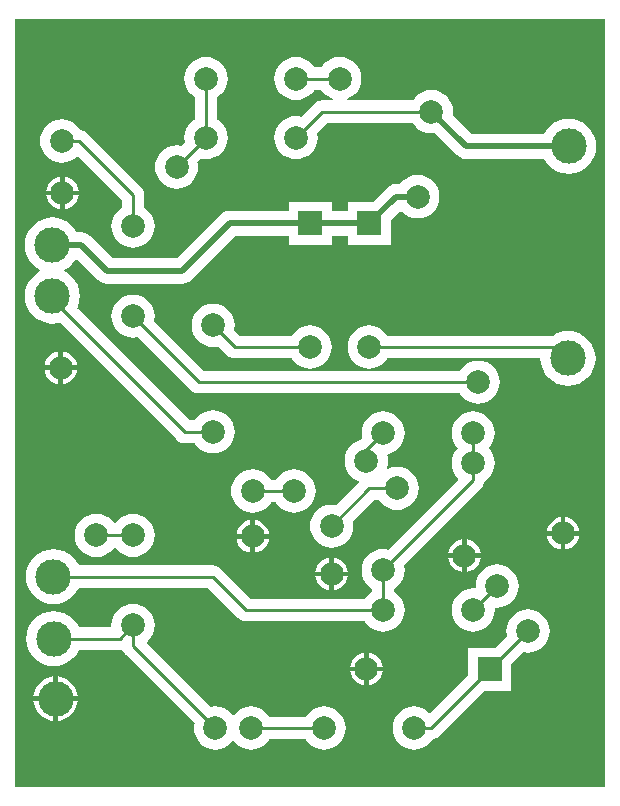
<source format=gbl>
G04 Layer_Physical_Order=2*
G04 Layer_Color=16711680*
%FSLAX24Y24*%
%MOIN*%
G70*
G01*
G75*
%ADD15C,0.0100*%
%ADD16C,0.0197*%
%ADD17R,0.0787X0.0787*%
%ADD18C,0.0787*%
%ADD19R,0.0787X0.0787*%
%ADD20C,0.1181*%
G36*
X31500Y8870D02*
X11810D01*
Y34450D01*
X31500D01*
Y8870D01*
D02*
G37*
%LPC*%
G36*
X27339Y16505D02*
X26875D01*
Y16041D01*
X26942Y16050D01*
X27074Y16105D01*
X27188Y16192D01*
X27275Y16306D01*
X27330Y16438D01*
X27339Y16505D01*
D02*
G37*
G36*
X22295Y16509D02*
X22228Y16500D01*
X22096Y16445D01*
X21982Y16358D01*
X21895Y16244D01*
X21840Y16112D01*
X21831Y16045D01*
X22295D01*
Y16509D01*
D02*
G37*
G36*
X26725Y16505D02*
X26261D01*
X26270Y16438D01*
X26325Y16306D01*
X26412Y16192D01*
X26526Y16105D01*
X26658Y16050D01*
X26725Y16041D01*
Y16505D01*
D02*
G37*
G36*
X22909Y15895D02*
X22445D01*
Y15431D01*
X22512Y15440D01*
X22644Y15495D01*
X22758Y15582D01*
X22845Y15696D01*
X22900Y15828D01*
X22909Y15895D01*
D02*
G37*
G36*
X27890Y16283D02*
X27750Y16270D01*
X27615Y16229D01*
X27490Y16162D01*
X27381Y16073D01*
X27292Y15963D01*
X27225Y15839D01*
X27184Y15704D01*
X27170Y15563D01*
X27175Y15514D01*
X27140Y15479D01*
X27091Y15484D01*
X26950Y15470D01*
X26815Y15429D01*
X26691Y15362D01*
X26581Y15273D01*
X26492Y15164D01*
X26425Y15039D01*
X26384Y14904D01*
X26371Y14764D01*
X26384Y14623D01*
X26425Y14488D01*
X26492Y14364D01*
X26581Y14255D01*
X26691Y14165D01*
X26815Y14099D01*
X26950Y14058D01*
X27091Y14044D01*
X27231Y14058D01*
X27366Y14099D01*
X27491Y14165D01*
X27600Y14255D01*
X27689Y14364D01*
X27756Y14488D01*
X27797Y14623D01*
X27811Y14764D01*
X27806Y14813D01*
X27841Y14848D01*
X27890Y14843D01*
X28031Y14857D01*
X28166Y14898D01*
X28290Y14965D01*
X28399Y15054D01*
X28489Y15163D01*
X28555Y15288D01*
X28596Y15423D01*
X28610Y15563D01*
X28596Y15704D01*
X28555Y15839D01*
X28489Y15963D01*
X28399Y16073D01*
X28290Y16162D01*
X28166Y16229D01*
X28031Y16270D01*
X27890Y16283D01*
D02*
G37*
G36*
X22445Y16509D02*
Y16045D01*
X22909D01*
X22900Y16112D01*
X22845Y16244D01*
X22758Y16358D01*
X22644Y16445D01*
X22512Y16500D01*
X22445Y16509D01*
D02*
G37*
G36*
X20279Y17145D02*
X19815D01*
Y16681D01*
X19882Y16690D01*
X20014Y16745D01*
X20128Y16832D01*
X20215Y16946D01*
X20270Y17078D01*
X20279Y17145D01*
D02*
G37*
G36*
X27091Y21389D02*
X26950Y21375D01*
X26815Y21334D01*
X26691Y21268D01*
X26581Y21178D01*
X26492Y21069D01*
X26425Y20945D01*
X26384Y20810D01*
X26371Y20669D01*
X26384Y20529D01*
X26425Y20394D01*
X26492Y20269D01*
X26578Y20165D01*
X26492Y20060D01*
X26425Y19936D01*
X26384Y19800D01*
X26371Y19660D01*
X26384Y19520D01*
X26425Y19384D01*
X26492Y19260D01*
X26581Y19151D01*
X26584Y19105D01*
X24257Y16779D01*
X24231Y16787D01*
X24091Y16801D01*
X23950Y16787D01*
X23815Y16746D01*
X23691Y16679D01*
X23581Y16590D01*
X23492Y16481D01*
X23425Y16356D01*
X23384Y16221D01*
X23371Y16081D01*
X23384Y15940D01*
X23425Y15805D01*
X23492Y15681D01*
X23581Y15572D01*
X23691Y15482D01*
X23714Y15469D01*
Y15375D01*
X23691Y15362D01*
X23581Y15273D01*
X23492Y15164D01*
X23479Y15140D01*
X19682D01*
X18676Y16146D01*
X18598Y16206D01*
X18560Y16221D01*
X18507Y16243D01*
X18410Y16256D01*
X13935D01*
X13863Y16390D01*
X13749Y16529D01*
X13610Y16643D01*
X13451Y16728D01*
X13279Y16780D01*
X13100Y16798D01*
X12921Y16780D01*
X12749Y16728D01*
X12590Y16643D01*
X12451Y16529D01*
X12337Y16390D01*
X12252Y16231D01*
X12200Y16059D01*
X12182Y15880D01*
X12200Y15701D01*
X12252Y15529D01*
X12337Y15370D01*
X12451Y15231D01*
X12590Y15117D01*
X12749Y15032D01*
X12921Y14980D01*
X13100Y14962D01*
X13279Y14980D01*
X13451Y15032D01*
X13610Y15117D01*
X13749Y15231D01*
X13863Y15370D01*
X13935Y15504D01*
X18254D01*
X19260Y14498D01*
X19338Y14438D01*
X19429Y14401D01*
X19526Y14388D01*
X23479D01*
X23492Y14364D01*
X23581Y14255D01*
X23691Y14165D01*
X23815Y14099D01*
X23950Y14058D01*
X24091Y14044D01*
X24231Y14058D01*
X24366Y14099D01*
X24491Y14165D01*
X24600Y14255D01*
X24689Y14364D01*
X24756Y14488D01*
X24797Y14623D01*
X24811Y14764D01*
X24797Y14904D01*
X24756Y15039D01*
X24689Y15164D01*
X24600Y15273D01*
X24491Y15362D01*
X24467Y15375D01*
Y15469D01*
X24491Y15482D01*
X24600Y15572D01*
X24689Y15681D01*
X24756Y15805D01*
X24797Y15940D01*
X24811Y16081D01*
X24797Y16221D01*
X24789Y16247D01*
X27356Y18815D01*
X27416Y18893D01*
X27454Y18983D01*
X27462Y19046D01*
X27491Y19061D01*
X27600Y19151D01*
X27689Y19260D01*
X27756Y19384D01*
X27797Y19520D01*
X27811Y19660D01*
X27797Y19800D01*
X27756Y19936D01*
X27689Y20060D01*
X27603Y20165D01*
X27689Y20269D01*
X27756Y20394D01*
X27797Y20529D01*
X27811Y20669D01*
X27797Y20810D01*
X27756Y20945D01*
X27689Y21069D01*
X27600Y21178D01*
X27491Y21268D01*
X27366Y21334D01*
X27231Y21375D01*
X27091Y21389D01*
D02*
G37*
G36*
X19665Y17145D02*
X19201D01*
X19210Y17078D01*
X19265Y16946D01*
X19352Y16832D01*
X19466Y16745D01*
X19598Y16690D01*
X19665Y16681D01*
Y17145D01*
D02*
G37*
G36*
X26725Y17119D02*
X26658Y17110D01*
X26526Y17055D01*
X26412Y16968D01*
X26325Y16854D01*
X26270Y16722D01*
X26261Y16655D01*
X26725D01*
Y17119D01*
D02*
G37*
G36*
X26875D02*
Y16655D01*
X27339D01*
X27330Y16722D01*
X27275Y16854D01*
X27188Y16968D01*
X27074Y17055D01*
X26942Y17110D01*
X26875Y17119D01*
D02*
G37*
G36*
X13245Y12547D02*
Y11885D01*
X13907D01*
X13900Y11955D01*
X13857Y12095D01*
X13789Y12223D01*
X13696Y12336D01*
X13583Y12429D01*
X13455Y12497D01*
X13315Y12540D01*
X13245Y12547D01*
D02*
G37*
G36*
X23456Y12720D02*
X22993D01*
X23002Y12653D01*
X23057Y12521D01*
X23144Y12408D01*
X23257Y12320D01*
X23390Y12266D01*
X23456Y12257D01*
Y12720D01*
D02*
G37*
G36*
X13095Y12547D02*
X13025Y12540D01*
X12885Y12497D01*
X12757Y12429D01*
X12644Y12336D01*
X12551Y12223D01*
X12483Y12095D01*
X12440Y11955D01*
X12433Y11885D01*
X13095D01*
Y12547D01*
D02*
G37*
G36*
Y11735D02*
X12433D01*
X12440Y11665D01*
X12483Y11525D01*
X12551Y11397D01*
X12644Y11284D01*
X12757Y11191D01*
X12885Y11123D01*
X13025Y11080D01*
X13095Y11073D01*
Y11735D01*
D02*
G37*
G36*
X13907D02*
X13245D01*
Y11073D01*
X13315Y11080D01*
X13455Y11123D01*
X13583Y11191D01*
X13696Y11284D01*
X13789Y11397D01*
X13857Y11525D01*
X13900Y11665D01*
X13907Y11735D01*
D02*
G37*
G36*
X24070Y12720D02*
X23607D01*
Y12257D01*
X23673Y12266D01*
X23806Y12320D01*
X23919Y12408D01*
X24006Y12521D01*
X24061Y12653D01*
X24070Y12720D01*
D02*
G37*
G36*
X15748Y14968D02*
X15608Y14954D01*
X15473Y14913D01*
X15348Y14847D01*
X15239Y14757D01*
X15149Y14648D01*
X15083Y14524D01*
X15042Y14389D01*
X15028Y14248D01*
X15030Y14223D01*
X14997Y14186D01*
X13945D01*
X13873Y14320D01*
X13759Y14459D01*
X13620Y14573D01*
X13461Y14658D01*
X13289Y14710D01*
X13110Y14728D01*
X12931Y14710D01*
X12759Y14658D01*
X12600Y14573D01*
X12461Y14459D01*
X12347Y14320D01*
X12262Y14161D01*
X12210Y13989D01*
X12192Y13810D01*
X12210Y13631D01*
X12262Y13459D01*
X12347Y13300D01*
X12461Y13161D01*
X12600Y13047D01*
X12759Y12962D01*
X12931Y12910D01*
X13110Y12892D01*
X13289Y12910D01*
X13461Y12962D01*
X13620Y13047D01*
X13759Y13161D01*
X13873Y13300D01*
X13945Y13434D01*
X15310D01*
X15400Y13446D01*
X15422Y13391D01*
X15482Y13313D01*
X17802Y10993D01*
X17794Y10967D01*
X17780Y10827D01*
X17794Y10686D01*
X17835Y10551D01*
X17901Y10427D01*
X17991Y10318D01*
X18100Y10228D01*
X18224Y10162D01*
X18360Y10121D01*
X18500Y10107D01*
X18640Y10121D01*
X18776Y10162D01*
X18900Y10228D01*
X19009Y10318D01*
X19065Y10386D01*
X19115D01*
X19171Y10318D01*
X19280Y10228D01*
X19404Y10162D01*
X19540Y10121D01*
X19680Y10107D01*
X19820Y10121D01*
X19956Y10162D01*
X20080Y10228D01*
X20189Y10318D01*
X20279Y10427D01*
X20291Y10451D01*
X21511D01*
X21523Y10427D01*
X21613Y10318D01*
X21722Y10228D01*
X21847Y10162D01*
X21982Y10121D01*
X22122Y10107D01*
X22263Y10121D01*
X22398Y10162D01*
X22522Y10228D01*
X22631Y10318D01*
X22721Y10427D01*
X22787Y10551D01*
X22828Y10686D01*
X22842Y10827D01*
X22828Y10967D01*
X22787Y11102D01*
X22721Y11227D01*
X22631Y11336D01*
X22522Y11425D01*
X22398Y11492D01*
X22263Y11533D01*
X22122Y11547D01*
X21982Y11533D01*
X21847Y11492D01*
X21722Y11425D01*
X21613Y11336D01*
X21523Y11227D01*
X21511Y11203D01*
X20291D01*
X20279Y11227D01*
X20189Y11336D01*
X20080Y11425D01*
X19956Y11492D01*
X19820Y11533D01*
X19680Y11547D01*
X19540Y11533D01*
X19404Y11492D01*
X19280Y11425D01*
X19171Y11336D01*
X19115Y11268D01*
X19065D01*
X19009Y11336D01*
X18900Y11425D01*
X18776Y11492D01*
X18640Y11533D01*
X18500Y11547D01*
X18360Y11533D01*
X18334Y11525D01*
X16208Y13651D01*
X16210Y13701D01*
X16257Y13739D01*
X16347Y13848D01*
X16413Y13973D01*
X16454Y14108D01*
X16468Y14248D01*
X16454Y14389D01*
X16413Y14524D01*
X16347Y14648D01*
X16257Y14757D01*
X16148Y14847D01*
X16024Y14913D01*
X15889Y14954D01*
X15748Y14968D01*
D02*
G37*
G36*
X22295Y15895D02*
X21831D01*
X21840Y15828D01*
X21895Y15696D01*
X21982Y15582D01*
X22096Y15495D01*
X22228Y15440D01*
X22295Y15431D01*
Y15895D01*
D02*
G37*
G36*
X28915Y14785D02*
X28775Y14771D01*
X28640Y14730D01*
X28515Y14664D01*
X28406Y14574D01*
X28317Y14465D01*
X28250Y14340D01*
X28209Y14205D01*
X28195Y14065D01*
X28209Y13924D01*
X28218Y13895D01*
X27834Y13512D01*
X26933D01*
Y12611D01*
X25657Y11335D01*
X25631Y11336D01*
X25522Y11425D01*
X25398Y11492D01*
X25263Y11533D01*
X25122Y11547D01*
X24982Y11533D01*
X24847Y11492D01*
X24722Y11425D01*
X24613Y11336D01*
X24523Y11227D01*
X24457Y11102D01*
X24416Y10967D01*
X24402Y10827D01*
X24416Y10686D01*
X24457Y10551D01*
X24523Y10427D01*
X24613Y10318D01*
X24722Y10228D01*
X24847Y10162D01*
X24982Y10121D01*
X25122Y10107D01*
X25263Y10121D01*
X25398Y10162D01*
X25522Y10228D01*
X25631Y10318D01*
X25721Y10427D01*
X25737Y10458D01*
X25778Y10464D01*
X25832Y10486D01*
X25869Y10501D01*
X25947Y10561D01*
X27465Y12079D01*
X28366D01*
Y12980D01*
X28752Y13366D01*
X28775Y13359D01*
X28915Y13345D01*
X29056Y13359D01*
X29191Y13400D01*
X29315Y13466D01*
X29424Y13556D01*
X29514Y13665D01*
X29581Y13789D01*
X29622Y13924D01*
X29635Y14065D01*
X29622Y14205D01*
X29581Y14340D01*
X29514Y14465D01*
X29424Y14574D01*
X29315Y14664D01*
X29191Y14730D01*
X29056Y14771D01*
X28915Y14785D01*
D02*
G37*
G36*
X23456Y13334D02*
X23390Y13325D01*
X23257Y13270D01*
X23144Y13183D01*
X23057Y13069D01*
X23002Y12937D01*
X22993Y12870D01*
X23456D01*
Y13334D01*
D02*
G37*
G36*
X23607D02*
Y12870D01*
X24070D01*
X24061Y12937D01*
X24006Y13069D01*
X23919Y13183D01*
X23806Y13270D01*
X23673Y13325D01*
X23607Y13334D01*
D02*
G37*
G36*
X30015Y17245D02*
X29551D01*
X29560Y17178D01*
X29615Y17046D01*
X29702Y16932D01*
X29816Y16845D01*
X29948Y16790D01*
X30015Y16781D01*
Y17245D01*
D02*
G37*
G36*
X13370Y31120D02*
X13230Y31106D01*
X13094Y31065D01*
X12970Y30999D01*
X12861Y30909D01*
X12771Y30800D01*
X12705Y30676D01*
X12664Y30540D01*
X12650Y30400D01*
X12664Y30260D01*
X12705Y30124D01*
X12771Y30000D01*
X12861Y29891D01*
X12970Y29801D01*
X13094Y29735D01*
X13230Y29694D01*
X13370Y29680D01*
X13510Y29694D01*
X13646Y29735D01*
X13770Y29801D01*
X13879Y29891D01*
X13916Y29893D01*
X15372Y28436D01*
Y28171D01*
X15348Y28158D01*
X15239Y28068D01*
X15149Y27959D01*
X15083Y27835D01*
X15042Y27700D01*
X15028Y27559D01*
X15042Y27419D01*
X15083Y27284D01*
X15149Y27159D01*
X15239Y27050D01*
X15348Y26960D01*
X15473Y26894D01*
X15608Y26853D01*
X15748Y26839D01*
X15889Y26853D01*
X16024Y26894D01*
X16148Y26960D01*
X16257Y27050D01*
X16347Y27159D01*
X16413Y27284D01*
X16454Y27419D01*
X16468Y27559D01*
X16454Y27700D01*
X16413Y27835D01*
X16347Y27959D01*
X16257Y28068D01*
X16148Y28158D01*
X16124Y28171D01*
Y28592D01*
X16111Y28689D01*
X16074Y28780D01*
X16014Y28858D01*
X14206Y30666D01*
X14128Y30726D01*
X14090Y30741D01*
X14037Y30763D01*
X13985Y30770D01*
X13969Y30800D01*
X13879Y30909D01*
X13770Y30999D01*
X13646Y31065D01*
X13510Y31106D01*
X13370Y31120D01*
D02*
G37*
G36*
X25240Y29263D02*
X25100Y29249D01*
X24964Y29209D01*
X24840Y29142D01*
X24731Y29052D01*
X24662Y28968D01*
X24516D01*
X24406Y28954D01*
X24303Y28911D01*
X24215Y28844D01*
X23738Y28366D01*
X22905D01*
Y28075D01*
X22370D01*
Y28366D01*
X20937D01*
Y28075D01*
X18980D01*
X18870Y28060D01*
X18767Y28018D01*
X18679Y27950D01*
X17214Y26485D01*
X15076D01*
X14330Y27230D01*
X14242Y27298D01*
X14140Y27340D01*
X14030Y27355D01*
X13868D01*
X13823Y27440D01*
X13709Y27579D01*
X13570Y27693D01*
X13411Y27778D01*
X13239Y27830D01*
X13060Y27848D01*
X12881Y27830D01*
X12709Y27778D01*
X12550Y27693D01*
X12411Y27579D01*
X12297Y27440D01*
X12212Y27281D01*
X12160Y27109D01*
X12142Y26930D01*
X12160Y26751D01*
X12212Y26579D01*
X12297Y26420D01*
X12411Y26281D01*
X12550Y26167D01*
X12659Y26108D01*
Y26052D01*
X12550Y25993D01*
X12411Y25879D01*
X12297Y25740D01*
X12212Y25581D01*
X12160Y25409D01*
X12142Y25230D01*
X12160Y25051D01*
X12212Y24879D01*
X12297Y24720D01*
X12411Y24581D01*
X12550Y24467D01*
X12709Y24382D01*
X12881Y24330D01*
X13060Y24312D01*
X13239Y24330D01*
X13308Y24351D01*
X17219Y20440D01*
X17296Y20380D01*
X17387Y20342D01*
X17484Y20329D01*
X17813D01*
X17825Y20306D01*
X17915Y20196D01*
X18024Y20107D01*
X18148Y20040D01*
X18284Y19999D01*
X18424Y19986D01*
X18564Y19999D01*
X18700Y20040D01*
X18824Y20107D01*
X18933Y20196D01*
X19023Y20306D01*
X19089Y20430D01*
X19130Y20565D01*
X19144Y20706D01*
X19130Y20846D01*
X19089Y20981D01*
X19023Y21106D01*
X18933Y21215D01*
X18824Y21304D01*
X18700Y21371D01*
X18564Y21412D01*
X18424Y21426D01*
X18284Y21412D01*
X18148Y21371D01*
X18024Y21304D01*
X17915Y21215D01*
X17825Y21106D01*
X17813Y21082D01*
X17640D01*
X13885Y24837D01*
X13908Y24879D01*
X13960Y25051D01*
X13978Y25230D01*
X13960Y25409D01*
X13908Y25581D01*
X13823Y25740D01*
X13709Y25879D01*
X13570Y25993D01*
X13460Y26052D01*
Y26108D01*
X13570Y26167D01*
X13709Y26281D01*
X13823Y26420D01*
X13844Y26459D01*
X13893Y26466D01*
X14600Y25760D01*
X14688Y25692D01*
X14790Y25650D01*
X14900Y25635D01*
X17390D01*
X17500Y25650D01*
X17602Y25692D01*
X17690Y25760D01*
X19156Y27225D01*
X20937D01*
Y26933D01*
X22370D01*
Y27225D01*
X22905D01*
Y26933D01*
X24339D01*
Y27765D01*
X24649Y28076D01*
X24699Y28073D01*
X24731Y28034D01*
X24840Y27945D01*
X24964Y27878D01*
X25100Y27837D01*
X25240Y27823D01*
X25380Y27837D01*
X25516Y27878D01*
X25640Y27945D01*
X25749Y28034D01*
X25839Y28143D01*
X25905Y28268D01*
X25946Y28403D01*
X25960Y28543D01*
X25946Y28684D01*
X25905Y28819D01*
X25839Y28943D01*
X25749Y29052D01*
X25640Y29142D01*
X25516Y29209D01*
X25380Y29249D01*
X25240Y29263D01*
D02*
G37*
G36*
X13415Y23379D02*
Y22915D01*
X13879D01*
X13870Y22982D01*
X13815Y23114D01*
X13728Y23228D01*
X13614Y23315D01*
X13482Y23370D01*
X13415Y23379D01*
D02*
G37*
G36*
X18424Y24969D02*
X18284Y24955D01*
X18148Y24914D01*
X18024Y24848D01*
X17915Y24758D01*
X17825Y24649D01*
X17759Y24524D01*
X17718Y24389D01*
X17704Y24249D01*
X17718Y24108D01*
X17759Y23973D01*
X17825Y23849D01*
X17915Y23740D01*
X18024Y23650D01*
X18148Y23584D01*
X18284Y23543D01*
X18424Y23529D01*
X18564Y23543D01*
X18590Y23551D01*
X18875Y23266D01*
X18953Y23206D01*
X18991Y23190D01*
X19044Y23168D01*
X19141Y23155D01*
X21042D01*
X21055Y23131D01*
X21144Y23022D01*
X21254Y22933D01*
X21378Y22866D01*
X21513Y22825D01*
X21654Y22812D01*
X21794Y22825D01*
X21929Y22866D01*
X22054Y22933D01*
X22163Y23022D01*
X22252Y23131D01*
X22319Y23256D01*
X22360Y23391D01*
X22374Y23531D01*
X22360Y23672D01*
X22319Y23807D01*
X22252Y23932D01*
X22163Y24041D01*
X22054Y24130D01*
X21929Y24197D01*
X21794Y24238D01*
X21654Y24251D01*
X21513Y24238D01*
X21378Y24197D01*
X21254Y24130D01*
X21144Y24041D01*
X21055Y23932D01*
X21042Y23908D01*
X19297D01*
X19122Y24082D01*
X19130Y24108D01*
X19144Y24249D01*
X19130Y24389D01*
X19089Y24524D01*
X19023Y24649D01*
X18933Y24758D01*
X18824Y24848D01*
X18700Y24914D01*
X18564Y24955D01*
X18424Y24969D01*
D02*
G37*
G36*
X13265Y23379D02*
X13198Y23370D01*
X13066Y23315D01*
X12952Y23228D01*
X12865Y23114D01*
X12810Y22982D01*
X12801Y22915D01*
X13265D01*
Y23379D01*
D02*
G37*
G36*
X13325Y28595D02*
X12861D01*
X12870Y28528D01*
X12925Y28396D01*
X13012Y28282D01*
X13126Y28195D01*
X13258Y28140D01*
X13325Y28131D01*
Y28595D01*
D02*
G37*
G36*
X18185Y33200D02*
X18045Y33186D01*
X17910Y33146D01*
X17785Y33079D01*
X17676Y32989D01*
X17586Y32880D01*
X17520Y32756D01*
X17479Y32621D01*
X17465Y32480D01*
X17479Y32340D01*
X17520Y32205D01*
X17586Y32080D01*
X17676Y31971D01*
X17785Y31882D01*
X17809Y31869D01*
Y31123D01*
X17785Y31110D01*
X17676Y31021D01*
X17586Y30912D01*
X17520Y30787D01*
X17479Y30652D01*
X17465Y30512D01*
X17479Y30371D01*
X17487Y30345D01*
X17367Y30226D01*
X17341Y30234D01*
X17201Y30248D01*
X17060Y30234D01*
X16925Y30193D01*
X16801Y30126D01*
X16692Y30037D01*
X16602Y29928D01*
X16536Y29803D01*
X16495Y29668D01*
X16481Y29528D01*
X16495Y29387D01*
X16536Y29252D01*
X16602Y29128D01*
X16692Y29018D01*
X16801Y28929D01*
X16925Y28862D01*
X17060Y28821D01*
X17201Y28808D01*
X17341Y28821D01*
X17476Y28862D01*
X17601Y28929D01*
X17710Y29018D01*
X17799Y29128D01*
X17866Y29252D01*
X17907Y29387D01*
X17921Y29528D01*
X17907Y29668D01*
X17899Y29694D01*
X18019Y29814D01*
X18045Y29806D01*
X18185Y29792D01*
X18326Y29806D01*
X18461Y29847D01*
X18585Y29913D01*
X18694Y30003D01*
X18784Y30112D01*
X18850Y30236D01*
X18891Y30371D01*
X18905Y30512D01*
X18891Y30652D01*
X18850Y30787D01*
X18784Y30912D01*
X18694Y31021D01*
X18585Y31110D01*
X18561Y31123D01*
Y31869D01*
X18585Y31882D01*
X18694Y31971D01*
X18784Y32080D01*
X18850Y32205D01*
X18891Y32340D01*
X18905Y32480D01*
X18891Y32621D01*
X18850Y32756D01*
X18784Y32880D01*
X18694Y32989D01*
X18585Y33079D01*
X18461Y33146D01*
X18326Y33186D01*
X18185Y33200D01*
D02*
G37*
G36*
X21185D02*
X21045Y33186D01*
X20910Y33146D01*
X20785Y33079D01*
X20676Y32989D01*
X20586Y32880D01*
X20520Y32756D01*
X20479Y32621D01*
X20465Y32480D01*
X20479Y32340D01*
X20520Y32205D01*
X20586Y32080D01*
X20676Y31971D01*
X20785Y31882D01*
X20910Y31815D01*
X21045Y31774D01*
X21185Y31760D01*
X21326Y31774D01*
X21461Y31815D01*
X21585Y31882D01*
X21694Y31971D01*
X21784Y32080D01*
X21797Y32104D01*
X22029D01*
X22041Y32080D01*
X22131Y31971D01*
X22240Y31882D01*
X22364Y31815D01*
X22401Y31804D01*
X22394Y31754D01*
X22051D01*
X21954Y31741D01*
X21901Y31719D01*
X21863Y31704D01*
X21785Y31644D01*
X21351Y31210D01*
X21326Y31218D01*
X21185Y31232D01*
X21045Y31218D01*
X20910Y31177D01*
X20785Y31110D01*
X20676Y31021D01*
X20586Y30912D01*
X20520Y30787D01*
X20479Y30652D01*
X20465Y30512D01*
X20479Y30371D01*
X20520Y30236D01*
X20586Y30112D01*
X20676Y30003D01*
X20785Y29913D01*
X20910Y29847D01*
X21045Y29806D01*
X21185Y29792D01*
X21326Y29806D01*
X21461Y29847D01*
X21585Y29913D01*
X21694Y30003D01*
X21784Y30112D01*
X21850Y30236D01*
X21891Y30371D01*
X21905Y30512D01*
X21891Y30652D01*
X21883Y30678D01*
X22207Y31002D01*
X25089D01*
X25101Y30978D01*
X25191Y30869D01*
X25300Y30779D01*
X25424Y30713D01*
X25560Y30672D01*
X25700Y30658D01*
X25808Y30669D01*
X26558Y29920D01*
X26646Y29852D01*
X26748Y29810D01*
X26858Y29795D01*
X29461D01*
X29507Y29710D01*
X29621Y29571D01*
X29760Y29457D01*
X29919Y29372D01*
X30091Y29320D01*
X30270Y29302D01*
X30449Y29320D01*
X30621Y29372D01*
X30780Y29457D01*
X30919Y29571D01*
X31033Y29710D01*
X31118Y29869D01*
X31170Y30041D01*
X31188Y30220D01*
X31170Y30399D01*
X31118Y30571D01*
X31033Y30730D01*
X30919Y30869D01*
X30780Y30983D01*
X30621Y31068D01*
X30449Y31120D01*
X30270Y31138D01*
X30091Y31120D01*
X29919Y31068D01*
X29760Y30983D01*
X29621Y30869D01*
X29507Y30730D01*
X29461Y30645D01*
X27034D01*
X26409Y31270D01*
X26420Y31378D01*
X26406Y31518D01*
X26365Y31653D01*
X26299Y31778D01*
X26209Y31887D01*
X26100Y31977D01*
X25976Y32043D01*
X25840Y32084D01*
X25700Y32098D01*
X25560Y32084D01*
X25424Y32043D01*
X25300Y31977D01*
X25191Y31887D01*
X25101Y31778D01*
X25089Y31754D01*
X22886D01*
X22879Y31804D01*
X22916Y31815D01*
X23040Y31882D01*
X23149Y31971D01*
X23239Y32080D01*
X23305Y32205D01*
X23346Y32340D01*
X23360Y32480D01*
X23346Y32621D01*
X23305Y32756D01*
X23239Y32880D01*
X23149Y32989D01*
X23040Y33079D01*
X22916Y33146D01*
X22780Y33186D01*
X22640Y33200D01*
X22500Y33186D01*
X22364Y33146D01*
X22240Y33079D01*
X22131Y32989D01*
X22041Y32880D01*
X22029Y32856D01*
X21797D01*
X21784Y32880D01*
X21694Y32989D01*
X21585Y33079D01*
X21461Y33146D01*
X21326Y33186D01*
X21185Y33200D01*
D02*
G37*
G36*
X13475Y29209D02*
Y28745D01*
X13939D01*
X13930Y28812D01*
X13875Y28944D01*
X13788Y29058D01*
X13674Y29145D01*
X13542Y29200D01*
X13475Y29209D01*
D02*
G37*
G36*
X13939Y28595D02*
X13475D01*
Y28131D01*
X13542Y28140D01*
X13674Y28195D01*
X13788Y28282D01*
X13875Y28396D01*
X13930Y28528D01*
X13939Y28595D01*
D02*
G37*
G36*
X13325Y29209D02*
X13258Y29200D01*
X13126Y29145D01*
X13012Y29058D01*
X12925Y28944D01*
X12870Y28812D01*
X12861Y28745D01*
X13325D01*
Y29209D01*
D02*
G37*
G36*
X13879Y22765D02*
X13415D01*
Y22301D01*
X13482Y22310D01*
X13614Y22365D01*
X13728Y22452D01*
X13815Y22566D01*
X13870Y22698D01*
X13879Y22765D01*
D02*
G37*
G36*
X30015Y17859D02*
X29948Y17850D01*
X29816Y17795D01*
X29702Y17708D01*
X29615Y17594D01*
X29560Y17462D01*
X29551Y17395D01*
X30015D01*
Y17859D01*
D02*
G37*
G36*
X30165D02*
Y17395D01*
X30629D01*
X30620Y17462D01*
X30565Y17594D01*
X30478Y17708D01*
X30364Y17795D01*
X30232Y17850D01*
X30165Y17859D01*
D02*
G37*
G36*
X19815Y17759D02*
Y17295D01*
X20279D01*
X20270Y17362D01*
X20215Y17494D01*
X20128Y17608D01*
X20014Y17695D01*
X19882Y17750D01*
X19815Y17759D01*
D02*
G37*
G36*
X30629Y17245D02*
X30165D01*
Y16781D01*
X30232Y16790D01*
X30364Y16845D01*
X30478Y16932D01*
X30565Y17046D01*
X30620Y17178D01*
X30629Y17245D01*
D02*
G37*
G36*
X19665Y17759D02*
X19598Y17750D01*
X19466Y17695D01*
X19352Y17608D01*
X19265Y17494D01*
X19210Y17362D01*
X19201Y17295D01*
X19665D01*
Y17759D01*
D02*
G37*
G36*
X15748Y17968D02*
X15608Y17954D01*
X15473Y17913D01*
X15348Y17847D01*
X15239Y17757D01*
X15170Y17674D01*
X15169Y17673D01*
X15109Y17673D01*
X15108Y17674D01*
X15039Y17757D01*
X14930Y17847D01*
X14806Y17913D01*
X14670Y17954D01*
X14530Y17968D01*
X14390Y17954D01*
X14254Y17913D01*
X14130Y17847D01*
X14021Y17757D01*
X13931Y17648D01*
X13865Y17524D01*
X13824Y17388D01*
X13810Y17248D01*
X13824Y17108D01*
X13865Y16973D01*
X13931Y16848D01*
X14021Y16739D01*
X14130Y16649D01*
X14254Y16583D01*
X14390Y16542D01*
X14530Y16528D01*
X14670Y16542D01*
X14806Y16583D01*
X14930Y16649D01*
X15039Y16739D01*
X15108Y16822D01*
X15109Y16824D01*
X15169Y16824D01*
X15170Y16822D01*
X15239Y16739D01*
X15348Y16649D01*
X15473Y16583D01*
X15608Y16542D01*
X15748Y16528D01*
X15889Y16542D01*
X16024Y16583D01*
X16148Y16649D01*
X16257Y16739D01*
X16347Y16848D01*
X16413Y16973D01*
X16454Y17108D01*
X16468Y17248D01*
X16454Y17389D01*
X16413Y17524D01*
X16347Y17648D01*
X16257Y17757D01*
X16148Y17847D01*
X16024Y17913D01*
X15889Y17954D01*
X15748Y17968D01*
D02*
G37*
G36*
X23622Y24251D02*
X23482Y24238D01*
X23347Y24197D01*
X23222Y24130D01*
X23113Y24041D01*
X23023Y23931D01*
X22957Y23807D01*
X22916Y23672D01*
X22902Y23531D01*
X22916Y23391D01*
X22957Y23256D01*
X23023Y23131D01*
X23113Y23022D01*
X23222Y22933D01*
X23347Y22866D01*
X23482Y22825D01*
X23622Y22811D01*
X23763Y22825D01*
X23898Y22866D01*
X24022Y22933D01*
X24131Y23022D01*
X24221Y23131D01*
X24234Y23155D01*
X29327D01*
X29332Y23150D01*
X29350Y22971D01*
X29402Y22799D01*
X29487Y22640D01*
X29601Y22501D01*
X29740Y22387D01*
X29899Y22302D01*
X30071Y22250D01*
X30250Y22232D01*
X30429Y22250D01*
X30601Y22302D01*
X30760Y22387D01*
X30899Y22501D01*
X31013Y22640D01*
X31098Y22799D01*
X31150Y22971D01*
X31168Y23150D01*
X31150Y23329D01*
X31098Y23501D01*
X31013Y23660D01*
X30899Y23799D01*
X30760Y23913D01*
X30601Y23998D01*
X30429Y24050D01*
X30250Y24068D01*
X30071Y24050D01*
X29899Y23998D01*
X29740Y23913D01*
X29733Y23908D01*
X24234D01*
X24221Y23931D01*
X24131Y24041D01*
X24022Y24130D01*
X23898Y24197D01*
X23763Y24238D01*
X23622Y24251D01*
D02*
G37*
G36*
X13265Y22765D02*
X12801D01*
X12810Y22698D01*
X12865Y22566D01*
X12952Y22452D01*
X13066Y22365D01*
X13198Y22310D01*
X13265Y22301D01*
Y22765D01*
D02*
G37*
G36*
X15748Y25279D02*
X15608Y25265D01*
X15473Y25224D01*
X15348Y25158D01*
X15239Y25068D01*
X15149Y24959D01*
X15083Y24835D01*
X15042Y24700D01*
X15028Y24559D01*
X15042Y24419D01*
X15083Y24284D01*
X15149Y24159D01*
X15239Y24050D01*
X15348Y23960D01*
X15473Y23894D01*
X15608Y23853D01*
X15748Y23839D01*
X15889Y23853D01*
X15914Y23861D01*
X17681Y22094D01*
X17759Y22034D01*
X17850Y21997D01*
X17947Y21984D01*
X26648D01*
X26661Y21960D01*
X26751Y21851D01*
X26860Y21761D01*
X26984Y21695D01*
X27119Y21654D01*
X27260Y21640D01*
X27400Y21654D01*
X27535Y21695D01*
X27660Y21761D01*
X27769Y21851D01*
X27859Y21960D01*
X27925Y22084D01*
X27966Y22219D01*
X27980Y22360D01*
X27966Y22500D01*
X27925Y22635D01*
X27859Y22760D01*
X27769Y22869D01*
X27660Y22959D01*
X27535Y23025D01*
X27400Y23066D01*
X27260Y23080D01*
X27119Y23066D01*
X26984Y23025D01*
X26860Y22959D01*
X26751Y22869D01*
X26661Y22760D01*
X26648Y22736D01*
X18103D01*
X16446Y24393D01*
X16454Y24419D01*
X16468Y24559D01*
X16454Y24700D01*
X16413Y24835D01*
X16347Y24959D01*
X16257Y25068D01*
X16148Y25158D01*
X16024Y25224D01*
X15889Y25265D01*
X15748Y25279D01*
D02*
G37*
G36*
X24091Y21389D02*
X23950Y21375D01*
X23815Y21334D01*
X23691Y21268D01*
X23581Y21178D01*
X23492Y21069D01*
X23425Y20945D01*
X23384Y20810D01*
X23371Y20669D01*
X23384Y20529D01*
X23392Y20503D01*
X23312Y20423D01*
X23254Y20405D01*
X23130Y20339D01*
X23021Y20249D01*
X22931Y20140D01*
X22865Y20016D01*
X22824Y19880D01*
X22810Y19740D01*
X22824Y19600D01*
X22865Y19464D01*
X22931Y19340D01*
X23021Y19231D01*
X23130Y19141D01*
X23254Y19075D01*
X23284Y19066D01*
X23296Y19017D01*
X22536Y18258D01*
X22510Y18266D01*
X22370Y18280D01*
X22230Y18266D01*
X22094Y18225D01*
X21970Y18159D01*
X21861Y18069D01*
X21771Y17960D01*
X21705Y17836D01*
X21664Y17700D01*
X21650Y17560D01*
X21664Y17420D01*
X21705Y17284D01*
X21771Y17160D01*
X21861Y17051D01*
X21970Y16961D01*
X22094Y16895D01*
X22230Y16854D01*
X22370Y16840D01*
X22510Y16854D01*
X22646Y16895D01*
X22770Y16961D01*
X22879Y17051D01*
X22969Y17160D01*
X23035Y17284D01*
X23076Y17420D01*
X23090Y17560D01*
X23076Y17700D01*
X23068Y17726D01*
X23785Y18443D01*
X23939D01*
X23951Y18419D01*
X24041Y18310D01*
X24150Y18220D01*
X24274Y18154D01*
X24410Y18113D01*
X24550Y18099D01*
X24690Y18113D01*
X24826Y18154D01*
X24950Y18220D01*
X25059Y18310D01*
X25149Y18419D01*
X25215Y18543D01*
X25256Y18678D01*
X25270Y18819D01*
X25256Y18959D01*
X25215Y19094D01*
X25149Y19219D01*
X25059Y19328D01*
X24950Y19418D01*
X24826Y19484D01*
X24690Y19525D01*
X24550Y19539D01*
X24410Y19525D01*
X24274Y19484D01*
X24249Y19471D01*
X24207Y19505D01*
X24236Y19600D01*
X24250Y19740D01*
X24236Y19880D01*
X24225Y19917D01*
X24254Y19970D01*
X24366Y20004D01*
X24491Y20071D01*
X24600Y20160D01*
X24689Y20269D01*
X24756Y20394D01*
X24797Y20529D01*
X24811Y20669D01*
X24797Y20810D01*
X24756Y20945D01*
X24689Y21069D01*
X24600Y21178D01*
X24491Y21268D01*
X24366Y21334D01*
X24231Y21375D01*
X24091Y21389D01*
D02*
G37*
G36*
X21120Y19451D02*
X20980Y19437D01*
X20845Y19396D01*
X20720Y19330D01*
X20611Y19240D01*
X20521Y19131D01*
X20509Y19107D01*
X20352D01*
X20339Y19131D01*
X20249Y19240D01*
X20140Y19330D01*
X20016Y19396D01*
X19881Y19437D01*
X19740Y19451D01*
X19600Y19437D01*
X19465Y19396D01*
X19340Y19330D01*
X19231Y19240D01*
X19141Y19131D01*
X19075Y19007D01*
X19034Y18872D01*
X19020Y18731D01*
X19034Y18591D01*
X19075Y18456D01*
X19141Y18331D01*
X19231Y18222D01*
X19340Y18132D01*
X19465Y18066D01*
X19600Y18025D01*
X19740Y18011D01*
X19881Y18025D01*
X20016Y18066D01*
X20140Y18132D01*
X20249Y18222D01*
X20339Y18331D01*
X20352Y18355D01*
X20509D01*
X20521Y18331D01*
X20611Y18222D01*
X20720Y18132D01*
X20845Y18066D01*
X20980Y18025D01*
X21120Y18011D01*
X21261Y18025D01*
X21396Y18066D01*
X21520Y18132D01*
X21629Y18222D01*
X21719Y18331D01*
X21785Y18456D01*
X21826Y18591D01*
X21840Y18731D01*
X21826Y18872D01*
X21785Y19007D01*
X21719Y19131D01*
X21629Y19240D01*
X21520Y19330D01*
X21396Y19396D01*
X21261Y19437D01*
X21120Y19451D01*
D02*
G37*
%LPD*%
D15*
X24091Y16081D02*
X27091Y19081D01*
X24091Y16081D02*
Y16081D01*
Y14764D02*
Y16081D01*
X24091Y14764D02*
X24091Y14764D01*
X13940Y30400D02*
X15748Y28592D01*
X13370Y30400D02*
X13940D01*
X23622Y27650D02*
X23622Y27650D01*
X14530Y17248D02*
X15748D01*
X15748Y17248D01*
X23629Y18819D02*
X24550D01*
X22370Y17560D02*
X23629Y18819D01*
X27091Y19660D02*
X27091Y19660D01*
X27091Y19660D02*
Y20669D01*
X27091Y19081D02*
Y19660D01*
X23530Y20109D02*
X24091Y20669D01*
X23530Y19740D02*
Y20109D01*
X27091Y14764D02*
X27890Y15563D01*
X27091Y14764D02*
X27091D01*
X18410Y15880D02*
X19526Y14764D01*
X24091D01*
X22122Y10827D02*
X22122Y10827D01*
X19680Y10827D02*
X22122D01*
X15748Y13579D02*
X18500Y10827D01*
X15748Y13579D02*
Y14248D01*
X29869Y23531D02*
X30250Y23150D01*
X23622Y23531D02*
X29869D01*
X19141Y23531D02*
X21654D01*
X18424Y24249D02*
X19141Y23531D01*
X15748Y24559D02*
X17947Y22360D01*
X27260D01*
X15748Y27559D02*
Y28592D01*
X22640Y32480D02*
X22640Y32480D01*
X21185Y32480D02*
X22640D01*
X22051Y31378D02*
X25700D01*
X21185Y30512D02*
X22051Y31378D01*
X18185Y30512D02*
Y32480D01*
X17201Y29528D02*
X18185Y30512D01*
X17201Y29528D02*
Y29528D01*
X28915Y14061D02*
Y14065D01*
X27650Y12795D02*
X28915Y14061D01*
X25681Y10827D02*
X27650Y12795D01*
X25122Y10827D02*
X25681D01*
X15310Y13810D02*
X15748Y14248D01*
X13110Y13810D02*
X15310D01*
X13100Y15880D02*
X18410D01*
X19740Y18731D02*
X21120D01*
X13060Y25130D02*
X17484Y20706D01*
X13060Y25130D02*
Y25230D01*
X17484Y20706D02*
X18424D01*
D16*
X21654Y27650D02*
X23622D01*
X24516Y28543D02*
X25240D01*
X23622Y27650D02*
X24516Y28543D01*
X18980Y27650D02*
X21654D01*
X17390Y26060D02*
X18980Y27650D01*
X14900Y26060D02*
X17390D01*
X14030Y26930D02*
X14900Y26060D01*
X13060Y26930D02*
X14030D01*
X25700Y31378D02*
X26858Y30220D01*
X30270D01*
D17*
X27650Y12795D02*
D03*
D18*
X23531D02*
D03*
X21654Y23531D02*
D03*
X18424Y20706D02*
D03*
Y24249D02*
D03*
X23622Y23531D02*
D03*
X22122Y10827D02*
D03*
X25122D02*
D03*
X27091Y14764D02*
D03*
X24091D02*
D03*
X15748Y17248D02*
D03*
Y14248D02*
D03*
Y27559D02*
D03*
Y24559D02*
D03*
X27091Y20669D02*
D03*
X24091D02*
D03*
X18185Y32480D02*
D03*
X21185D02*
D03*
X18185Y30512D02*
D03*
X21185D02*
D03*
X24091Y16081D02*
D03*
X13400Y28670D02*
D03*
X13370Y30400D02*
D03*
X25240Y28543D02*
D03*
X14530Y17248D02*
D03*
X26800Y16580D02*
D03*
X24550Y18819D02*
D03*
X27091Y19660D02*
D03*
X23530Y19740D02*
D03*
X27890Y15563D02*
D03*
X27260Y22360D02*
D03*
X22640Y32480D02*
D03*
X17201Y29528D02*
D03*
X28915Y14065D02*
D03*
X21120Y18731D02*
D03*
X19740D02*
D03*
X25700Y31378D02*
D03*
X19680Y10827D02*
D03*
X18500D02*
D03*
X19740Y17220D02*
D03*
X22370Y17560D02*
D03*
X30090Y17320D02*
D03*
X22370Y15970D02*
D03*
X13340Y22840D02*
D03*
D19*
X21654Y27650D02*
D03*
X23622Y27650D02*
D03*
D20*
X30270Y30220D02*
D03*
X13100Y15880D02*
D03*
X13060Y25230D02*
D03*
X13060Y26930D02*
D03*
X13170Y11810D02*
D03*
X13110Y13810D02*
D03*
X30250Y23150D02*
D03*
M02*

</source>
